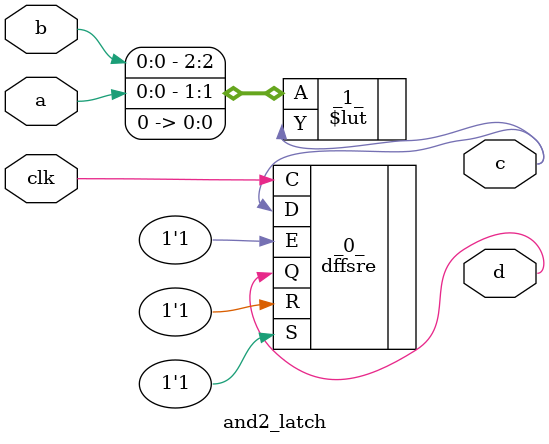
<source format=v>
/* Generated by Yosys 0.17+76 (git sha1 035496b50, gcc 9.1.0 -fPIC -Os) */

(* top =  1  *)
(* src = "./rtl/and2_latch/and2_latch.v:9.1-29.10" *)
module and2_latch(a, b, clk, c, d);
  (* src = "./rtl/and2_latch/and2_latch.v:18.12-18.13" *)
  input a;
  wire a;
  (* src = "./rtl/and2_latch/and2_latch.v:19.12-19.13" *)
  input b;
  wire b;
  (* src = "./rtl/and2_latch/and2_latch.v:20.13-20.14" *)
  output c;
  wire c;
  (* src = "./rtl/and2_latch/and2_latch.v:16.12-16.15" *)
  input clk;
  wire clk;
  (* src = "./rtl/and2_latch/and2_latch.v:21.12-21.13" *)
  output d;
  wire d;
  (* module_not_derived = 32'h00000001 *)
  (* src = "/home/users/eda_tools/opensource/yosys_verifc/yosys_verific_rs/yosys/install/bin/../share/yosys/rapidsilicon/genesis/ffs_map.v:18.12-18.81" *)
  dffsre _0_ (
    .C(clk),
    .D(c),
    .E(1'h1),
    .Q(d),
    .R(1'h1),
    .S(1'h1)
  );
  \$lut  _1_ (
    .A({ b, a, 1'h0 }),
    .Y(c)
  );
  defparam _1_.LUT = 8'hca;
  defparam _1_.WIDTH = 32'h00000003;
endmodule

</source>
